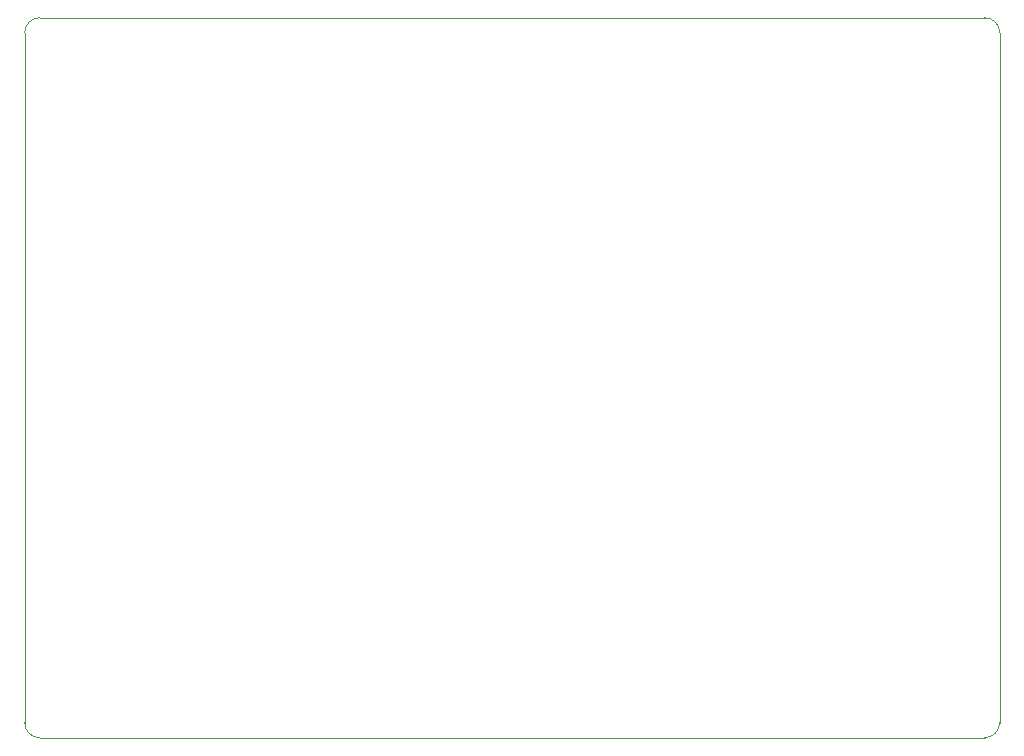
<source format=gbr>
%TF.GenerationSoftware,KiCad,Pcbnew,(5.1.9)-1*%
%TF.CreationDate,2021-05-01T20:45:07-06:00*%
%TF.ProjectId,decoder,6465636f-6465-4722-9e6b-696361645f70,rev?*%
%TF.SameCoordinates,Original*%
%TF.FileFunction,Profile,NP*%
%FSLAX46Y46*%
G04 Gerber Fmt 4.6, Leading zero omitted, Abs format (unit mm)*
G04 Created by KiCad (PCBNEW (5.1.9)-1) date 2021-05-01 20:45:07*
%MOMM*%
%LPD*%
G01*
G04 APERTURE LIST*
%TA.AperFunction,Profile*%
%ADD10C,0.050000*%
%TD*%
G04 APERTURE END LIST*
D10*
X154940000Y-62230000D02*
G75*
G02*
X156210000Y-63500000I0J-1270000D01*
G01*
X156210000Y-121920000D02*
G75*
G02*
X154940000Y-123190000I-1270000J0D01*
G01*
X74930000Y-123190000D02*
G75*
G02*
X73660000Y-121920000I0J1270000D01*
G01*
X154940000Y-62230000D02*
X74930000Y-62230000D01*
X156210000Y-121920000D02*
X156210000Y-63500000D01*
X74930000Y-123190000D02*
X154940000Y-123190000D01*
X73660000Y-63500000D02*
X73660000Y-121920000D01*
X73660000Y-63500000D02*
G75*
G02*
X74930000Y-62230000I1270000J0D01*
G01*
M02*

</source>
